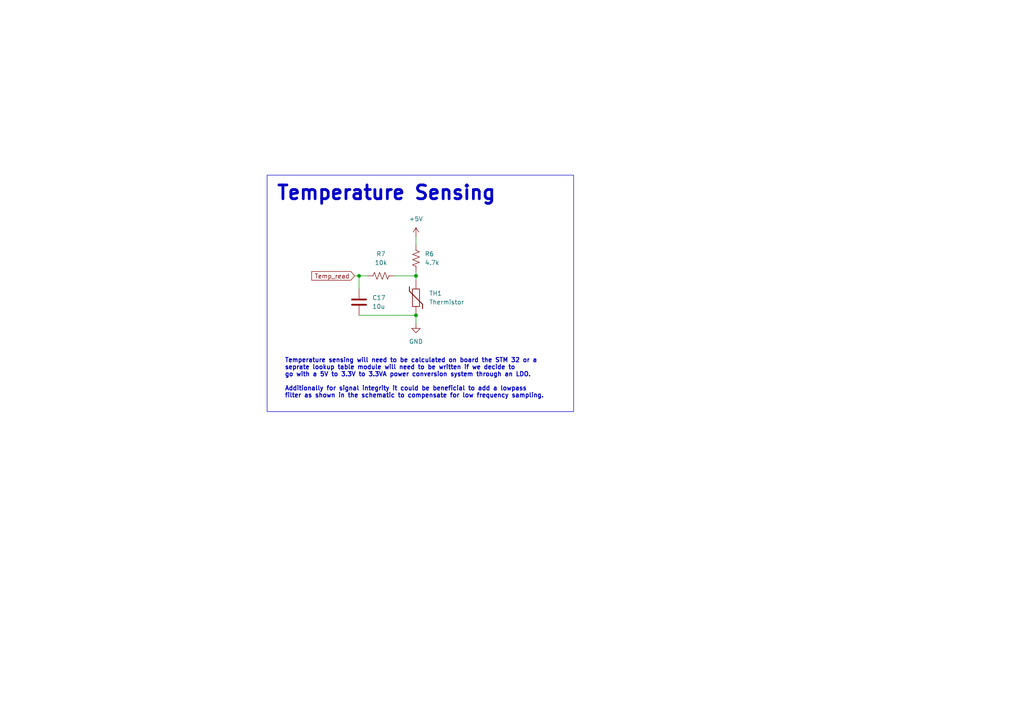
<source format=kicad_sch>
(kicad_sch (version 20230121) (generator eeschema)
  (paper "A4")
  (lib_symbols
    (symbol "Device:C" (pin_numbers hide) (pin_names (offset 0.254))
      (property "Reference" "C" (at 0.635 2.54 0))
      (property "Value" "C" (at 0.635 -2.54 0))
      (symbol "C_0_1"
        (polyline (pts (xy -2.032 -0.762) (xy 2.032 -0.762)) (stroke (width 0.508)))
        (polyline (pts (xy -2.032 0.762) (xy 2.032 0.762)) (stroke (width 0.508)))
      )
      (symbol "C_1_1"
        (pin passive line (at 0 3.81 270) (length 2.794) (name "~") (number "1"))
        (pin passive line (at 0 -3.81 90) (length 2.794) (name "~") (number "2"))
      )
    )
    (symbol "Device:R_US" (pin_numbers hide) (pin_names (offset 0))
      (property "Reference" "R" (at 2.54 0 90))
      (property "Value" "R_US" (at -2.54 0 90))
      (symbol "R_US_0_1"
        (polyline (pts (xy 0 -2.286) (xy 0 -2.54)))
        (polyline (pts (xy 0 2.286) (xy 0 2.54)))
        (polyline (pts (xy 0 -0.762) (xy 1.016 -1.143) (xy 0 -1.524) (xy -1.016 -1.905) (xy 0 -2.286)))
        (polyline (pts (xy 0 0.762) (xy 1.016 0.381) (xy 0 0) (xy -1.016 -0.381) (xy 0 -0.762)))
        (polyline (pts (xy 0 2.286) (xy 1.016 1.905) (xy 0 1.524) (xy -1.016 1.143) (xy 0 0.762)))
      )
      (symbol "R_US_1_1"
        (pin passive line (at 0 3.81 270) (length 1.27) (name "~") (number "1"))
        (pin passive line (at 0 -3.81 90) (length 1.27) (name "~") (number "2"))
      )
    )
    (symbol "Device:Thermistor" (pin_numbers hide) (pin_names (offset 0))
      (property "Reference" "TH" (at 2.54 1.27 90))
      (property "Value" "Thermistor" (at -2.54 0 90))
      (symbol "Thermistor_0_1"
        (rectangle (start -1.016 2.54) (end 1.016 -2.54) (stroke (width 0.2032)))
        (polyline (pts (xy -1.905 3.175) (xy -1.905 1.905) (xy 1.905 -1.905) (xy 1.905 -3.175) (xy 1.905 -3.175)) (stroke (width 0.254)))
      )
      (symbol "Thermistor_1_1"
        (pin passive line (at 0 5.08 270) (length 2.54) (name "~") (number "1"))
        (pin passive line (at 0 -5.08 90) (length 2.54) (name "~") (number "2"))
      )
    )
    (symbol "power:+5V" (power) (pin_names (offset 0))
      (property "Value" "+5V" (at 0 3.556 0))
      (symbol "+5V_0_1"
        (polyline (pts (xy -0.762 1.27) (xy 0 2.54)))
        (polyline (pts (xy 0 0) (xy 0 2.54)))
        (polyline (pts (xy 0 2.54) (xy 0.762 1.27)))
      )
      (symbol "+5V_1_1"
        (pin power_in line (at 0 0 90) (length 0) hide (name "+5V") (number "1"))
      )
    )
    (symbol "power:GND" (power) (pin_names (offset 0))
      (property "Value" "GND" (at 0 -3.81 0))
      (symbol "GND_0_1"
        (polyline (pts (xy 0 0) (xy 0 -1.27) (xy 1.27 -1.27) (xy 0 -2.54) (xy -1.27 -1.27) (xy 0 -1.27)))
      )
      (symbol "GND_1_1"
        (pin power_in line (at 0 0 270) (length 0) hide (name "GND") (number "1"))
      )
    )
  )
  (junction (at 120.65 91.44))
  (junction (at 120.65 80.01))
  (junction (at 104.14 80.01))
  (wire (pts (xy 120.65 78.74) (xy 120.65 80.01)))
  (wire (pts (xy 120.65 68.58) (xy 120.65 71.12)))
  (wire (pts (xy 120.65 80.01) (xy 120.65 81.28)))
  (wire (pts (xy 104.14 83.82) (xy 104.14 80.01)))
  (wire (pts (xy 104.14 80.01) (xy 106.68 80.01)))
  (wire (pts (xy 114.3 80.01) (xy 120.65 80.01)))
  (wire (pts (xy 120.65 91.44) (xy 120.65 93.98)))
  (wire (pts (xy 104.14 91.44) (xy 120.65 91.44)))
  (wire (pts (xy 104.14 80.01) (xy 102.87 80.01)))
  (rectangle (start 77.47 50.8) (end 166.37 119.38))
  (text "Temperature Sensing" (at 80.01 58.42 0) (effects (font (size 4 4) (thickness 0.8) bold) (justify left bottom)))
  (text "Temperature sensing will need to be calculated on board the STM 32 or a \nseprate lookup table module will need to be written if we decide to \ngo with a 5V to 3.3V to 3.3VA power conversion system through an LDO.\n\nAdditionally for signal integrity it could be beneficial to add a lowpass\nfilter as shown in the schematic to compensate for low frequency sampling." (at 82.55 115.57 0) (effects (font (size 1.27 1.27) bold) (justify left bottom)))
  (global_label "Temp_read" (shape input) (at 102.87 80.01 180) (property "Intersheetrefs" "${INTERSHEET_REFS}" (effects hide)))
  (symbol (lib_id "Device:R_US") (at 110.49 80.01 90) (unit 1)
    (property "Reference" "R7" (at 110.49 73.66 90))
    (property "Value" "10k" (at 110.49 76.2 90))
  )
  (symbol (lib_id "power:+5V") (at 120.65 68.58 0) (unit 1)
    (property "Reference" "#PWR030" (effects hide))
    (property "Value" "+5V" (at 120.65 63.5 0))
  )
  (symbol (lib_id "Device:R_US") (at 120.65 74.93 0) (unit 1)
    (property "Reference" "R6" (at 123.19 73.66 0) (effects (justify left)))
    (property "Value" "4.7k" (at 123.19 76.2 0) (effects (justify left)))
  )
  (symbol (lib_id "power:GND") (at 120.65 93.98 0) (unit 1)
    (property "Reference" "#PWR029" (effects hide))
    (property "Value" "GND" (at 120.65 99.06 0))
  )
  (symbol (lib_id "Device:Thermistor") (at 120.65 86.36 0) (unit 1)
    (property "Reference" "TH1" (at 124.46 85.09 0) (effects (justify left)))
    (property "Value" "Thermistor" (at 124.46 87.63 0) (effects (justify left)))
  )
  (symbol (lib_id "Device:C") (at 104.14 87.63 180) (unit 1)
    (property "Reference" "C17" (at 107.95 86.36 0) (effects (justify right)))
    (property "Value" "10u" (at 107.95 88.9 0) (effects (justify right)))
  )
)
</source>
